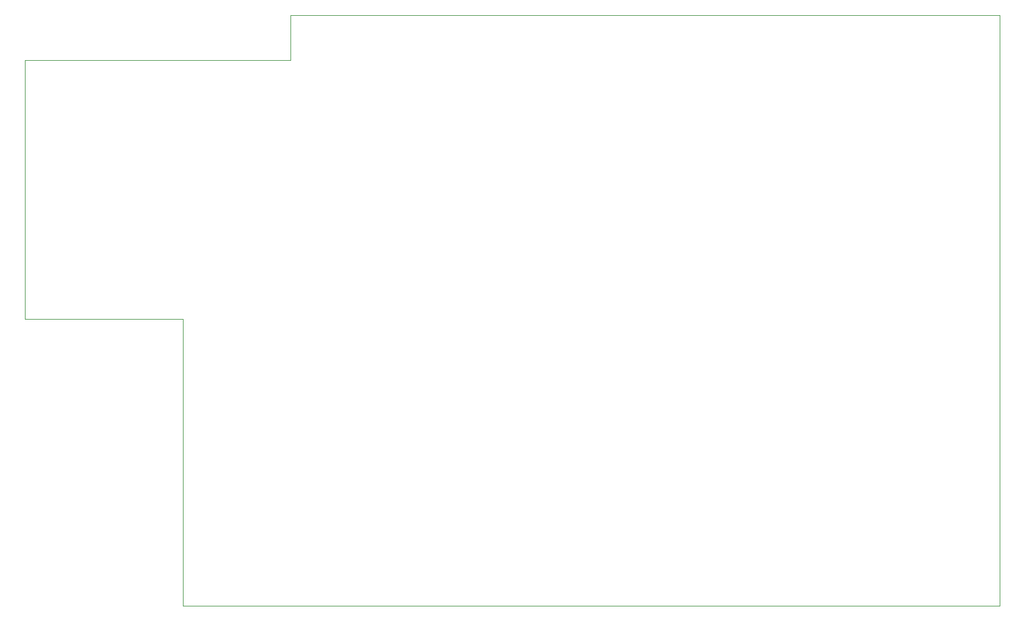
<source format=gm1>
%TF.GenerationSoftware,KiCad,Pcbnew,7.0.7*%
%TF.CreationDate,2023-11-07T21:18:24-05:00*%
%TF.ProjectId,mainControllerGRR,6d61696e-436f-46e7-9472-6f6c6c657247,rev?*%
%TF.SameCoordinates,Original*%
%TF.FileFunction,Profile,NP*%
%FSLAX46Y46*%
G04 Gerber Fmt 4.6, Leading zero omitted, Abs format (unit mm)*
G04 Created by KiCad (PCBNEW 7.0.7) date 2023-11-07 21:18:24*
%MOMM*%
%LPD*%
G01*
G04 APERTURE LIST*
%TA.AperFunction,Profile*%
%ADD10C,0.100000*%
%TD*%
G04 APERTURE END LIST*
D10*
X260635000Y-122078000D02*
X260635000Y-39778000D01*
X260635000Y-39778000D02*
X161822000Y-39778000D01*
X124810000Y-82140000D02*
X124810000Y-46000000D01*
X161822000Y-46000000D02*
X124810000Y-46000000D01*
X146872000Y-122078000D02*
X146872000Y-82140000D01*
X146872000Y-82140000D02*
X124810000Y-82140000D01*
X161822000Y-39778000D02*
X161822000Y-46000000D01*
X146872000Y-122078000D02*
X260635000Y-122078000D01*
M02*

</source>
